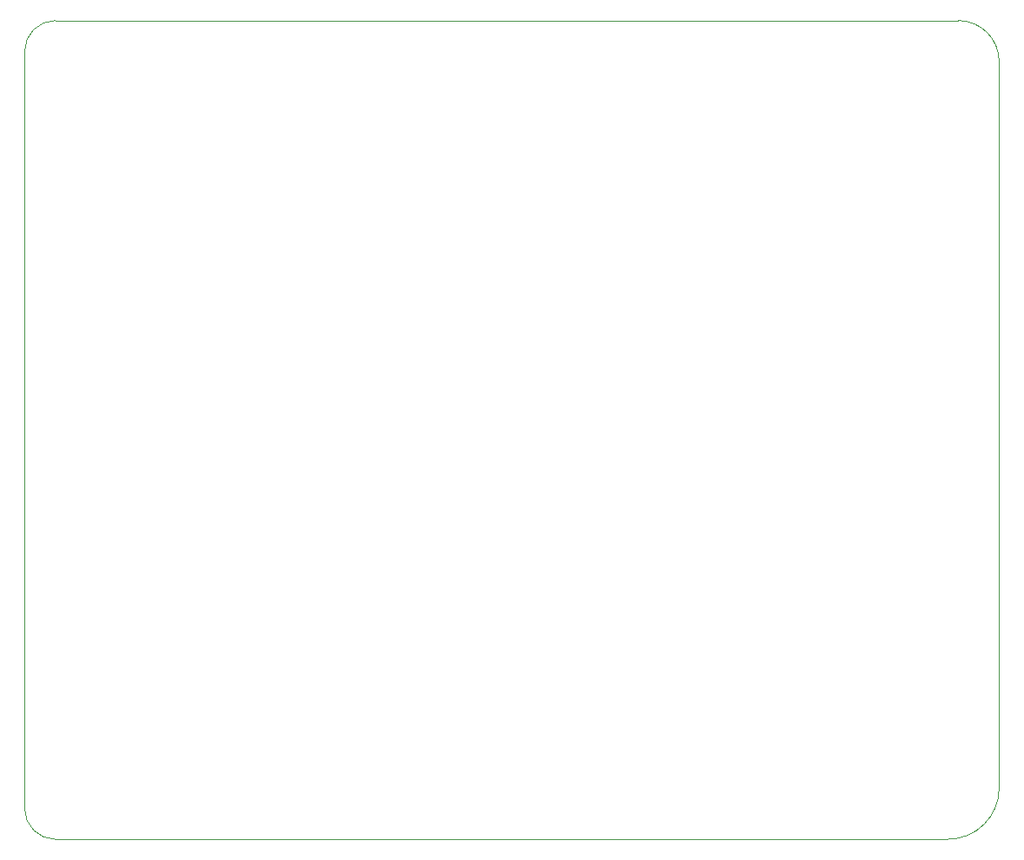
<source format=gbr>
%TF.GenerationSoftware,KiCad,Pcbnew,(5.99.0-8534-g3fcd0860c1)*%
%TF.CreationDate,2021-01-21T22:08:18+01:00*%
%TF.ProjectId,DRV-Carrier,4452562d-4361-4727-9269-65722e6b6963,rev?*%
%TF.SameCoordinates,Original*%
%TF.FileFunction,Profile,NP*%
%FSLAX46Y46*%
G04 Gerber Fmt 4.6, Leading zero omitted, Abs format (unit mm)*
G04 Created by KiCad (PCBNEW (5.99.0-8534-g3fcd0860c1)) date 2021-01-21 22:08:18*
%MOMM*%
%LPD*%
G01*
G04 APERTURE LIST*
%TA.AperFunction,Profile*%
%ADD10C,0.050000*%
%TD*%
G04 APERTURE END LIST*
D10*
X48000000Y-50000000D02*
X136000000Y-50000000D01*
X45000000Y-126878680D02*
X45000000Y-53000000D01*
X140000000Y-54000000D02*
G75*
G03*
X136000000Y-50000000I-4000000J0D01*
G01*
X135000000Y-129878680D02*
X48000000Y-129878680D01*
X140000000Y-124878680D02*
X140000000Y-54000000D01*
X135000000Y-129878680D02*
G75*
G03*
X140000000Y-124878680I0J5000000D01*
G01*
X48000000Y-50000000D02*
G75*
G03*
X45000000Y-53000000I0J-3000000D01*
G01*
X45000000Y-126878680D02*
G75*
G03*
X48000000Y-129878680I3000000J0D01*
G01*
M02*

</source>
